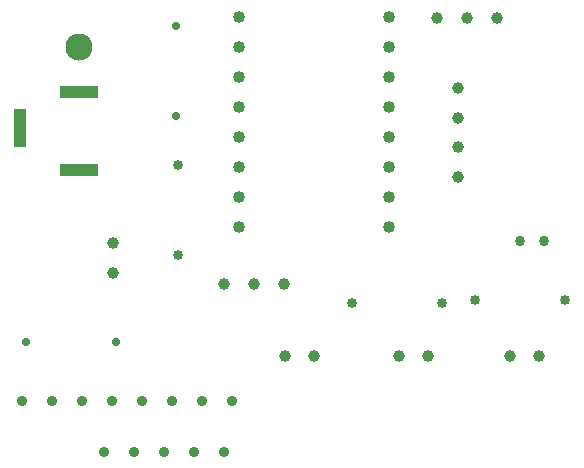
<source format=gbr>
%TF.GenerationSoftware,Altium Limited,Altium Designer,20.1.12 (249)*%
G04 Layer_Color=0*
%FSLAX26Y26*%
%MOIN*%
%TF.SameCoordinates,3330814B-4F48-45CB-92AE-830D8B31506C*%
%TF.FilePolarity,Positive*%
%TF.FileFunction,Plated,1,4,PTH,Drill*%
%TF.Part,Single*%
G01*
G75*
%TA.AperFunction,ComponentDrill*%
%ADD76C,0.039370*%
%ADD77C,0.033465*%
%ADD78C,0.033465*%
%ADD79C,0.035039*%
%ADD80C,0.033858*%
%ADD81C,0.035433*%
%ADD82C,0.039370*%
%ADD83R,0.125984X0.039370*%
%ADD84R,0.039370X0.125984*%
%ADD85C,0.090551*%
%ADD86C,0.027559*%
%ADD87C,0.027559*%
%ADD88C,0.040157*%
D76*
X980000Y640000D02*
D03*
X880000D02*
D03*
X780000D02*
D03*
X1690000Y1525000D02*
D03*
X1590000D02*
D03*
X1490000D02*
D03*
X1560000Y1093425D02*
D03*
Y995000D02*
D03*
Y1191850D02*
D03*
Y1290276D02*
D03*
X1080000Y400000D02*
D03*
X981575D02*
D03*
X1459213D02*
D03*
X1360787D02*
D03*
X1829172Y399172D02*
D03*
X1730747D02*
D03*
D77*
X625000Y1035000D02*
D03*
Y735000D02*
D03*
D78*
X1505000Y575000D02*
D03*
X1205000D02*
D03*
X1915000Y585000D02*
D03*
X1615000D02*
D03*
D79*
X805000Y250000D02*
D03*
X705000D02*
D03*
X605000D02*
D03*
X505000D02*
D03*
X405000D02*
D03*
X305000D02*
D03*
X205000D02*
D03*
X105000D02*
D03*
D80*
X1844370Y781654D02*
D03*
X1765630D02*
D03*
D81*
X780000Y80000D02*
D03*
X680000D02*
D03*
X580000D02*
D03*
X480000D02*
D03*
X380000D02*
D03*
D82*
X410000Y675787D02*
D03*
Y774213D02*
D03*
D83*
X295000Y1279842D02*
D03*
Y1020000D02*
D03*
D84*
X98150Y1159764D02*
D03*
D85*
X295000Y1429449D02*
D03*
D86*
X620000Y1200000D02*
D03*
Y1500000D02*
D03*
D87*
X120000Y445000D02*
D03*
X420000D02*
D03*
D88*
X1330000Y1530000D02*
D03*
Y1430000D02*
D03*
Y1330000D02*
D03*
Y1230000D02*
D03*
Y1130000D02*
D03*
Y1030000D02*
D03*
Y930000D02*
D03*
Y830000D02*
D03*
X830000D02*
D03*
Y930000D02*
D03*
Y1030000D02*
D03*
Y1130000D02*
D03*
Y1230000D02*
D03*
Y1330000D02*
D03*
Y1430000D02*
D03*
Y1530000D02*
D03*
%TF.MD5,ab146b70dbec5b16a1a1095cbd5bb994*%
M02*

</source>
